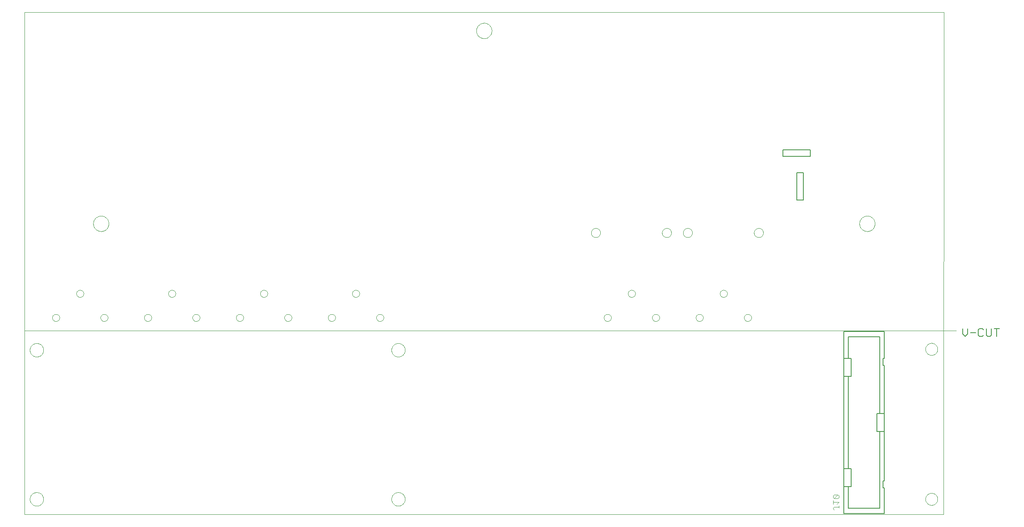
<source format=gbo>
G75*
%MOIN*%
%OFA0B0*%
%FSLAX24Y24*%
%IPPOS*%
%LPD*%
%AMOC8*
5,1,8,0,0,1.08239X$1,22.5*
%
%ADD10C,0.0000*%
%ADD11C,0.0060*%
%ADD12C,0.0050*%
%ADD13C,0.0080*%
%ADD14C,0.0040*%
D10*
X000500Y000250D02*
X000500Y015250D01*
X076500Y015250D01*
X074008Y013750D02*
X074010Y013794D01*
X074016Y013838D01*
X074026Y013881D01*
X074039Y013923D01*
X074057Y013963D01*
X074078Y014002D01*
X074102Y014039D01*
X074129Y014074D01*
X074160Y014106D01*
X074193Y014135D01*
X074229Y014161D01*
X074267Y014183D01*
X074307Y014202D01*
X074348Y014218D01*
X074391Y014230D01*
X074434Y014238D01*
X074478Y014242D01*
X074522Y014242D01*
X074566Y014238D01*
X074609Y014230D01*
X074652Y014218D01*
X074693Y014202D01*
X074733Y014183D01*
X074771Y014161D01*
X074807Y014135D01*
X074840Y014106D01*
X074871Y014074D01*
X074898Y014039D01*
X074922Y014002D01*
X074943Y013963D01*
X074961Y013923D01*
X074974Y013881D01*
X074984Y013838D01*
X074990Y013794D01*
X074992Y013750D01*
X074990Y013706D01*
X074984Y013662D01*
X074974Y013619D01*
X074961Y013577D01*
X074943Y013537D01*
X074922Y013498D01*
X074898Y013461D01*
X074871Y013426D01*
X074840Y013394D01*
X074807Y013365D01*
X074771Y013339D01*
X074733Y013317D01*
X074693Y013298D01*
X074652Y013282D01*
X074609Y013270D01*
X074566Y013262D01*
X074522Y013258D01*
X074478Y013258D01*
X074434Y013262D01*
X074391Y013270D01*
X074348Y013282D01*
X074307Y013298D01*
X074267Y013317D01*
X074229Y013339D01*
X074193Y013365D01*
X074160Y013394D01*
X074129Y013426D01*
X074102Y013461D01*
X074078Y013498D01*
X074057Y013537D01*
X074039Y013577D01*
X074026Y013619D01*
X074016Y013662D01*
X074010Y013706D01*
X074008Y013750D01*
X059213Y016313D02*
X059215Y016347D01*
X059221Y016381D01*
X059231Y016414D01*
X059244Y016445D01*
X059262Y016475D01*
X059282Y016503D01*
X059306Y016528D01*
X059332Y016550D01*
X059360Y016568D01*
X059391Y016584D01*
X059423Y016596D01*
X059457Y016604D01*
X059491Y016608D01*
X059525Y016608D01*
X059559Y016604D01*
X059593Y016596D01*
X059625Y016584D01*
X059655Y016568D01*
X059684Y016550D01*
X059710Y016528D01*
X059734Y016503D01*
X059754Y016475D01*
X059772Y016445D01*
X059785Y016414D01*
X059795Y016381D01*
X059801Y016347D01*
X059803Y016313D01*
X059801Y016279D01*
X059795Y016245D01*
X059785Y016212D01*
X059772Y016181D01*
X059754Y016151D01*
X059734Y016123D01*
X059710Y016098D01*
X059684Y016076D01*
X059656Y016058D01*
X059625Y016042D01*
X059593Y016030D01*
X059559Y016022D01*
X059525Y016018D01*
X059491Y016018D01*
X059457Y016022D01*
X059423Y016030D01*
X059391Y016042D01*
X059360Y016058D01*
X059332Y016076D01*
X059306Y016098D01*
X059282Y016123D01*
X059262Y016151D01*
X059244Y016181D01*
X059231Y016212D01*
X059221Y016245D01*
X059215Y016279D01*
X059213Y016313D01*
X055276Y016313D02*
X055278Y016347D01*
X055284Y016381D01*
X055294Y016414D01*
X055307Y016445D01*
X055325Y016475D01*
X055345Y016503D01*
X055369Y016528D01*
X055395Y016550D01*
X055423Y016568D01*
X055454Y016584D01*
X055486Y016596D01*
X055520Y016604D01*
X055554Y016608D01*
X055588Y016608D01*
X055622Y016604D01*
X055656Y016596D01*
X055688Y016584D01*
X055718Y016568D01*
X055747Y016550D01*
X055773Y016528D01*
X055797Y016503D01*
X055817Y016475D01*
X055835Y016445D01*
X055848Y016414D01*
X055858Y016381D01*
X055864Y016347D01*
X055866Y016313D01*
X055864Y016279D01*
X055858Y016245D01*
X055848Y016212D01*
X055835Y016181D01*
X055817Y016151D01*
X055797Y016123D01*
X055773Y016098D01*
X055747Y016076D01*
X055719Y016058D01*
X055688Y016042D01*
X055656Y016030D01*
X055622Y016022D01*
X055588Y016018D01*
X055554Y016018D01*
X055520Y016022D01*
X055486Y016030D01*
X055454Y016042D01*
X055423Y016058D01*
X055395Y016076D01*
X055369Y016098D01*
X055345Y016123D01*
X055325Y016151D01*
X055307Y016181D01*
X055294Y016212D01*
X055284Y016245D01*
X055278Y016279D01*
X055276Y016313D01*
X051713Y016313D02*
X051715Y016347D01*
X051721Y016381D01*
X051731Y016414D01*
X051744Y016445D01*
X051762Y016475D01*
X051782Y016503D01*
X051806Y016528D01*
X051832Y016550D01*
X051860Y016568D01*
X051891Y016584D01*
X051923Y016596D01*
X051957Y016604D01*
X051991Y016608D01*
X052025Y016608D01*
X052059Y016604D01*
X052093Y016596D01*
X052125Y016584D01*
X052155Y016568D01*
X052184Y016550D01*
X052210Y016528D01*
X052234Y016503D01*
X052254Y016475D01*
X052272Y016445D01*
X052285Y016414D01*
X052295Y016381D01*
X052301Y016347D01*
X052303Y016313D01*
X052301Y016279D01*
X052295Y016245D01*
X052285Y016212D01*
X052272Y016181D01*
X052254Y016151D01*
X052234Y016123D01*
X052210Y016098D01*
X052184Y016076D01*
X052156Y016058D01*
X052125Y016042D01*
X052093Y016030D01*
X052059Y016022D01*
X052025Y016018D01*
X051991Y016018D01*
X051957Y016022D01*
X051923Y016030D01*
X051891Y016042D01*
X051860Y016058D01*
X051832Y016076D01*
X051806Y016098D01*
X051782Y016123D01*
X051762Y016151D01*
X051744Y016181D01*
X051731Y016212D01*
X051721Y016245D01*
X051715Y016279D01*
X051713Y016313D01*
X049744Y018281D02*
X049746Y018315D01*
X049752Y018349D01*
X049762Y018382D01*
X049775Y018413D01*
X049793Y018443D01*
X049813Y018471D01*
X049837Y018496D01*
X049863Y018518D01*
X049891Y018536D01*
X049922Y018552D01*
X049954Y018564D01*
X049988Y018572D01*
X050022Y018576D01*
X050056Y018576D01*
X050090Y018572D01*
X050124Y018564D01*
X050156Y018552D01*
X050186Y018536D01*
X050215Y018518D01*
X050241Y018496D01*
X050265Y018471D01*
X050285Y018443D01*
X050303Y018413D01*
X050316Y018382D01*
X050326Y018349D01*
X050332Y018315D01*
X050334Y018281D01*
X050332Y018247D01*
X050326Y018213D01*
X050316Y018180D01*
X050303Y018149D01*
X050285Y018119D01*
X050265Y018091D01*
X050241Y018066D01*
X050215Y018044D01*
X050187Y018026D01*
X050156Y018010D01*
X050124Y017998D01*
X050090Y017990D01*
X050056Y017986D01*
X050022Y017986D01*
X049988Y017990D01*
X049954Y017998D01*
X049922Y018010D01*
X049891Y018026D01*
X049863Y018044D01*
X049837Y018066D01*
X049813Y018091D01*
X049793Y018119D01*
X049775Y018149D01*
X049762Y018180D01*
X049752Y018213D01*
X049746Y018247D01*
X049744Y018281D01*
X047776Y016313D02*
X047778Y016347D01*
X047784Y016381D01*
X047794Y016414D01*
X047807Y016445D01*
X047825Y016475D01*
X047845Y016503D01*
X047869Y016528D01*
X047895Y016550D01*
X047923Y016568D01*
X047954Y016584D01*
X047986Y016596D01*
X048020Y016604D01*
X048054Y016608D01*
X048088Y016608D01*
X048122Y016604D01*
X048156Y016596D01*
X048188Y016584D01*
X048218Y016568D01*
X048247Y016550D01*
X048273Y016528D01*
X048297Y016503D01*
X048317Y016475D01*
X048335Y016445D01*
X048348Y016414D01*
X048358Y016381D01*
X048364Y016347D01*
X048366Y016313D01*
X048364Y016279D01*
X048358Y016245D01*
X048348Y016212D01*
X048335Y016181D01*
X048317Y016151D01*
X048297Y016123D01*
X048273Y016098D01*
X048247Y016076D01*
X048219Y016058D01*
X048188Y016042D01*
X048156Y016030D01*
X048122Y016022D01*
X048088Y016018D01*
X048054Y016018D01*
X048020Y016022D01*
X047986Y016030D01*
X047954Y016042D01*
X047923Y016058D01*
X047895Y016076D01*
X047869Y016098D01*
X047845Y016123D01*
X047825Y016151D01*
X047807Y016181D01*
X047794Y016212D01*
X047784Y016245D01*
X047778Y016279D01*
X047776Y016313D01*
X057244Y018281D02*
X057246Y018315D01*
X057252Y018349D01*
X057262Y018382D01*
X057275Y018413D01*
X057293Y018443D01*
X057313Y018471D01*
X057337Y018496D01*
X057363Y018518D01*
X057391Y018536D01*
X057422Y018552D01*
X057454Y018564D01*
X057488Y018572D01*
X057522Y018576D01*
X057556Y018576D01*
X057590Y018572D01*
X057624Y018564D01*
X057656Y018552D01*
X057686Y018536D01*
X057715Y018518D01*
X057741Y018496D01*
X057765Y018471D01*
X057785Y018443D01*
X057803Y018413D01*
X057816Y018382D01*
X057826Y018349D01*
X057832Y018315D01*
X057834Y018281D01*
X057832Y018247D01*
X057826Y018213D01*
X057816Y018180D01*
X057803Y018149D01*
X057785Y018119D01*
X057765Y018091D01*
X057741Y018066D01*
X057715Y018044D01*
X057687Y018026D01*
X057656Y018010D01*
X057624Y017998D01*
X057590Y017990D01*
X057556Y017986D01*
X057522Y017986D01*
X057488Y017990D01*
X057454Y017998D01*
X057422Y018010D01*
X057391Y018026D01*
X057363Y018044D01*
X057337Y018066D01*
X057313Y018091D01*
X057293Y018119D01*
X057275Y018149D01*
X057262Y018180D01*
X057252Y018213D01*
X057246Y018247D01*
X057244Y018281D01*
X054231Y023250D02*
X054233Y023288D01*
X054239Y023327D01*
X054249Y023364D01*
X054262Y023400D01*
X054280Y023434D01*
X054300Y023467D01*
X054324Y023497D01*
X054351Y023524D01*
X054381Y023549D01*
X054412Y023571D01*
X054446Y023589D01*
X054482Y023603D01*
X054519Y023614D01*
X054557Y023621D01*
X054595Y023624D01*
X054634Y023623D01*
X054672Y023618D01*
X054710Y023609D01*
X054746Y023596D01*
X054781Y023580D01*
X054814Y023560D01*
X054845Y023537D01*
X054873Y023511D01*
X054898Y023482D01*
X054921Y023451D01*
X054940Y023417D01*
X054955Y023382D01*
X054967Y023345D01*
X054975Y023308D01*
X054979Y023269D01*
X054979Y023231D01*
X054975Y023192D01*
X054967Y023155D01*
X054955Y023118D01*
X054940Y023083D01*
X054921Y023049D01*
X054898Y023018D01*
X054873Y022989D01*
X054845Y022963D01*
X054814Y022940D01*
X054781Y022920D01*
X054746Y022904D01*
X054710Y022891D01*
X054672Y022882D01*
X054634Y022877D01*
X054595Y022876D01*
X054557Y022879D01*
X054519Y022886D01*
X054482Y022897D01*
X054446Y022911D01*
X054412Y022929D01*
X054381Y022951D01*
X054351Y022976D01*
X054324Y023003D01*
X054300Y023033D01*
X054280Y023066D01*
X054262Y023100D01*
X054249Y023136D01*
X054239Y023173D01*
X054233Y023212D01*
X054231Y023250D01*
X052521Y023250D02*
X052523Y023288D01*
X052529Y023327D01*
X052539Y023364D01*
X052552Y023400D01*
X052570Y023434D01*
X052590Y023467D01*
X052614Y023497D01*
X052641Y023524D01*
X052671Y023549D01*
X052702Y023571D01*
X052736Y023589D01*
X052772Y023603D01*
X052809Y023614D01*
X052847Y023621D01*
X052885Y023624D01*
X052924Y023623D01*
X052962Y023618D01*
X053000Y023609D01*
X053036Y023596D01*
X053071Y023580D01*
X053104Y023560D01*
X053135Y023537D01*
X053163Y023511D01*
X053188Y023482D01*
X053211Y023451D01*
X053230Y023417D01*
X053245Y023382D01*
X053257Y023345D01*
X053265Y023308D01*
X053269Y023269D01*
X053269Y023231D01*
X053265Y023192D01*
X053257Y023155D01*
X053245Y023118D01*
X053230Y023083D01*
X053211Y023049D01*
X053188Y023018D01*
X053163Y022989D01*
X053135Y022963D01*
X053104Y022940D01*
X053071Y022920D01*
X053036Y022904D01*
X053000Y022891D01*
X052962Y022882D01*
X052924Y022877D01*
X052885Y022876D01*
X052847Y022879D01*
X052809Y022886D01*
X052772Y022897D01*
X052736Y022911D01*
X052702Y022929D01*
X052671Y022951D01*
X052641Y022976D01*
X052614Y023003D01*
X052590Y023033D01*
X052570Y023066D01*
X052552Y023100D01*
X052539Y023136D01*
X052529Y023173D01*
X052523Y023212D01*
X052521Y023250D01*
X046731Y023250D02*
X046733Y023288D01*
X046739Y023327D01*
X046749Y023364D01*
X046762Y023400D01*
X046780Y023434D01*
X046800Y023467D01*
X046824Y023497D01*
X046851Y023524D01*
X046881Y023549D01*
X046912Y023571D01*
X046946Y023589D01*
X046982Y023603D01*
X047019Y023614D01*
X047057Y023621D01*
X047095Y023624D01*
X047134Y023623D01*
X047172Y023618D01*
X047210Y023609D01*
X047246Y023596D01*
X047281Y023580D01*
X047314Y023560D01*
X047345Y023537D01*
X047373Y023511D01*
X047398Y023482D01*
X047421Y023451D01*
X047440Y023417D01*
X047455Y023382D01*
X047467Y023345D01*
X047475Y023308D01*
X047479Y023269D01*
X047479Y023231D01*
X047475Y023192D01*
X047467Y023155D01*
X047455Y023118D01*
X047440Y023083D01*
X047421Y023049D01*
X047398Y023018D01*
X047373Y022989D01*
X047345Y022963D01*
X047314Y022940D01*
X047281Y022920D01*
X047246Y022904D01*
X047210Y022891D01*
X047172Y022882D01*
X047134Y022877D01*
X047095Y022876D01*
X047057Y022879D01*
X047019Y022886D01*
X046982Y022897D01*
X046946Y022911D01*
X046912Y022929D01*
X046881Y022951D01*
X046851Y022976D01*
X046824Y023003D01*
X046800Y023033D01*
X046780Y023066D01*
X046762Y023100D01*
X046749Y023136D01*
X046739Y023173D01*
X046733Y023212D01*
X046731Y023250D01*
X060021Y023250D02*
X060023Y023288D01*
X060029Y023327D01*
X060039Y023364D01*
X060052Y023400D01*
X060070Y023434D01*
X060090Y023467D01*
X060114Y023497D01*
X060141Y023524D01*
X060171Y023549D01*
X060202Y023571D01*
X060236Y023589D01*
X060272Y023603D01*
X060309Y023614D01*
X060347Y023621D01*
X060385Y023624D01*
X060424Y023623D01*
X060462Y023618D01*
X060500Y023609D01*
X060536Y023596D01*
X060571Y023580D01*
X060604Y023560D01*
X060635Y023537D01*
X060663Y023511D01*
X060688Y023482D01*
X060711Y023451D01*
X060730Y023417D01*
X060745Y023382D01*
X060757Y023345D01*
X060765Y023308D01*
X060769Y023269D01*
X060769Y023231D01*
X060765Y023192D01*
X060757Y023155D01*
X060745Y023118D01*
X060730Y023083D01*
X060711Y023049D01*
X060688Y023018D01*
X060663Y022989D01*
X060635Y022963D01*
X060604Y022940D01*
X060571Y022920D01*
X060536Y022904D01*
X060500Y022891D01*
X060462Y022882D01*
X060424Y022877D01*
X060385Y022876D01*
X060347Y022879D01*
X060309Y022886D01*
X060272Y022897D01*
X060236Y022911D01*
X060202Y022929D01*
X060171Y022951D01*
X060141Y022976D01*
X060114Y023003D01*
X060090Y023033D01*
X060070Y023066D01*
X060052Y023100D01*
X060039Y023136D01*
X060029Y023173D01*
X060023Y023212D01*
X060021Y023250D01*
X068620Y024000D02*
X068622Y024050D01*
X068628Y024100D01*
X068638Y024149D01*
X068652Y024197D01*
X068669Y024244D01*
X068690Y024289D01*
X068715Y024333D01*
X068743Y024374D01*
X068775Y024413D01*
X068809Y024450D01*
X068846Y024484D01*
X068886Y024514D01*
X068928Y024541D01*
X068972Y024565D01*
X069018Y024586D01*
X069065Y024602D01*
X069113Y024615D01*
X069163Y024624D01*
X069212Y024629D01*
X069263Y024630D01*
X069313Y024627D01*
X069362Y024620D01*
X069411Y024609D01*
X069459Y024594D01*
X069505Y024576D01*
X069550Y024554D01*
X069593Y024528D01*
X069634Y024499D01*
X069673Y024467D01*
X069709Y024432D01*
X069741Y024394D01*
X069771Y024354D01*
X069798Y024311D01*
X069821Y024267D01*
X069840Y024221D01*
X069856Y024173D01*
X069868Y024124D01*
X069876Y024075D01*
X069880Y024025D01*
X069880Y023975D01*
X069876Y023925D01*
X069868Y023876D01*
X069856Y023827D01*
X069840Y023779D01*
X069821Y023733D01*
X069798Y023689D01*
X069771Y023646D01*
X069741Y023606D01*
X069709Y023568D01*
X069673Y023533D01*
X069634Y023501D01*
X069593Y023472D01*
X069550Y023446D01*
X069505Y023424D01*
X069459Y023406D01*
X069411Y023391D01*
X069362Y023380D01*
X069313Y023373D01*
X069263Y023370D01*
X069212Y023371D01*
X069163Y023376D01*
X069113Y023385D01*
X069065Y023398D01*
X069018Y023414D01*
X068972Y023435D01*
X068928Y023459D01*
X068886Y023486D01*
X068846Y023516D01*
X068809Y023550D01*
X068775Y023587D01*
X068743Y023626D01*
X068715Y023667D01*
X068690Y023711D01*
X068669Y023756D01*
X068652Y023803D01*
X068638Y023851D01*
X068628Y023900D01*
X068622Y023950D01*
X068620Y024000D01*
X037370Y039750D02*
X037372Y039800D01*
X037378Y039850D01*
X037388Y039899D01*
X037402Y039947D01*
X037419Y039994D01*
X037440Y040039D01*
X037465Y040083D01*
X037493Y040124D01*
X037525Y040163D01*
X037559Y040200D01*
X037596Y040234D01*
X037636Y040264D01*
X037678Y040291D01*
X037722Y040315D01*
X037768Y040336D01*
X037815Y040352D01*
X037863Y040365D01*
X037913Y040374D01*
X037962Y040379D01*
X038013Y040380D01*
X038063Y040377D01*
X038112Y040370D01*
X038161Y040359D01*
X038209Y040344D01*
X038255Y040326D01*
X038300Y040304D01*
X038343Y040278D01*
X038384Y040249D01*
X038423Y040217D01*
X038459Y040182D01*
X038491Y040144D01*
X038521Y040104D01*
X038548Y040061D01*
X038571Y040017D01*
X038590Y039971D01*
X038606Y039923D01*
X038618Y039874D01*
X038626Y039825D01*
X038630Y039775D01*
X038630Y039725D01*
X038626Y039675D01*
X038618Y039626D01*
X038606Y039577D01*
X038590Y039529D01*
X038571Y039483D01*
X038548Y039439D01*
X038521Y039396D01*
X038491Y039356D01*
X038459Y039318D01*
X038423Y039283D01*
X038384Y039251D01*
X038343Y039222D01*
X038300Y039196D01*
X038255Y039174D01*
X038209Y039156D01*
X038161Y039141D01*
X038112Y039130D01*
X038063Y039123D01*
X038013Y039120D01*
X037962Y039121D01*
X037913Y039126D01*
X037863Y039135D01*
X037815Y039148D01*
X037768Y039164D01*
X037722Y039185D01*
X037678Y039209D01*
X037636Y039236D01*
X037596Y039266D01*
X037559Y039300D01*
X037525Y039337D01*
X037493Y039376D01*
X037465Y039417D01*
X037440Y039461D01*
X037419Y039506D01*
X037402Y039553D01*
X037388Y039601D01*
X037378Y039650D01*
X037372Y039700D01*
X037370Y039750D01*
X006120Y024000D02*
X006122Y024050D01*
X006128Y024100D01*
X006138Y024149D01*
X006152Y024197D01*
X006169Y024244D01*
X006190Y024289D01*
X006215Y024333D01*
X006243Y024374D01*
X006275Y024413D01*
X006309Y024450D01*
X006346Y024484D01*
X006386Y024514D01*
X006428Y024541D01*
X006472Y024565D01*
X006518Y024586D01*
X006565Y024602D01*
X006613Y024615D01*
X006663Y024624D01*
X006712Y024629D01*
X006763Y024630D01*
X006813Y024627D01*
X006862Y024620D01*
X006911Y024609D01*
X006959Y024594D01*
X007005Y024576D01*
X007050Y024554D01*
X007093Y024528D01*
X007134Y024499D01*
X007173Y024467D01*
X007209Y024432D01*
X007241Y024394D01*
X007271Y024354D01*
X007298Y024311D01*
X007321Y024267D01*
X007340Y024221D01*
X007356Y024173D01*
X007368Y024124D01*
X007376Y024075D01*
X007380Y024025D01*
X007380Y023975D01*
X007376Y023925D01*
X007368Y023876D01*
X007356Y023827D01*
X007340Y023779D01*
X007321Y023733D01*
X007298Y023689D01*
X007271Y023646D01*
X007241Y023606D01*
X007209Y023568D01*
X007173Y023533D01*
X007134Y023501D01*
X007093Y023472D01*
X007050Y023446D01*
X007005Y023424D01*
X006959Y023406D01*
X006911Y023391D01*
X006862Y023380D01*
X006813Y023373D01*
X006763Y023370D01*
X006712Y023371D01*
X006663Y023376D01*
X006613Y023385D01*
X006565Y023398D01*
X006518Y023414D01*
X006472Y023435D01*
X006428Y023459D01*
X006386Y023486D01*
X006346Y023516D01*
X006309Y023550D01*
X006275Y023587D01*
X006243Y023626D01*
X006215Y023667D01*
X006190Y023711D01*
X006169Y023756D01*
X006152Y023803D01*
X006138Y023851D01*
X006128Y023900D01*
X006122Y023950D01*
X006120Y024000D01*
X004744Y018281D02*
X004746Y018315D01*
X004752Y018349D01*
X004762Y018382D01*
X004775Y018413D01*
X004793Y018443D01*
X004813Y018471D01*
X004837Y018496D01*
X004863Y018518D01*
X004891Y018536D01*
X004922Y018552D01*
X004954Y018564D01*
X004988Y018572D01*
X005022Y018576D01*
X005056Y018576D01*
X005090Y018572D01*
X005124Y018564D01*
X005156Y018552D01*
X005186Y018536D01*
X005215Y018518D01*
X005241Y018496D01*
X005265Y018471D01*
X005285Y018443D01*
X005303Y018413D01*
X005316Y018382D01*
X005326Y018349D01*
X005332Y018315D01*
X005334Y018281D01*
X005332Y018247D01*
X005326Y018213D01*
X005316Y018180D01*
X005303Y018149D01*
X005285Y018119D01*
X005265Y018091D01*
X005241Y018066D01*
X005215Y018044D01*
X005187Y018026D01*
X005156Y018010D01*
X005124Y017998D01*
X005090Y017990D01*
X005056Y017986D01*
X005022Y017986D01*
X004988Y017990D01*
X004954Y017998D01*
X004922Y018010D01*
X004891Y018026D01*
X004863Y018044D01*
X004837Y018066D01*
X004813Y018091D01*
X004793Y018119D01*
X004775Y018149D01*
X004762Y018180D01*
X004752Y018213D01*
X004746Y018247D01*
X004744Y018281D01*
X002776Y016313D02*
X002778Y016347D01*
X002784Y016381D01*
X002794Y016414D01*
X002807Y016445D01*
X002825Y016475D01*
X002845Y016503D01*
X002869Y016528D01*
X002895Y016550D01*
X002923Y016568D01*
X002954Y016584D01*
X002986Y016596D01*
X003020Y016604D01*
X003054Y016608D01*
X003088Y016608D01*
X003122Y016604D01*
X003156Y016596D01*
X003188Y016584D01*
X003218Y016568D01*
X003247Y016550D01*
X003273Y016528D01*
X003297Y016503D01*
X003317Y016475D01*
X003335Y016445D01*
X003348Y016414D01*
X003358Y016381D01*
X003364Y016347D01*
X003366Y016313D01*
X003364Y016279D01*
X003358Y016245D01*
X003348Y016212D01*
X003335Y016181D01*
X003317Y016151D01*
X003297Y016123D01*
X003273Y016098D01*
X003247Y016076D01*
X003219Y016058D01*
X003188Y016042D01*
X003156Y016030D01*
X003122Y016022D01*
X003088Y016018D01*
X003054Y016018D01*
X003020Y016022D01*
X002986Y016030D01*
X002954Y016042D01*
X002923Y016058D01*
X002895Y016076D01*
X002869Y016098D01*
X002845Y016123D01*
X002825Y016151D01*
X002807Y016181D01*
X002794Y016212D01*
X002784Y016245D01*
X002778Y016279D01*
X002776Y016313D01*
X000500Y015250D02*
X000500Y041250D01*
X075500Y041250D01*
X075492Y000250D01*
X000500Y000250D01*
X000949Y001500D02*
X000951Y001547D01*
X000957Y001593D01*
X000967Y001639D01*
X000980Y001684D01*
X000998Y001727D01*
X001019Y001769D01*
X001043Y001809D01*
X001071Y001846D01*
X001102Y001881D01*
X001136Y001914D01*
X001172Y001943D01*
X001211Y001969D01*
X001252Y001992D01*
X001295Y002011D01*
X001339Y002027D01*
X001384Y002039D01*
X001430Y002047D01*
X001477Y002051D01*
X001523Y002051D01*
X001570Y002047D01*
X001616Y002039D01*
X001661Y002027D01*
X001705Y002011D01*
X001748Y001992D01*
X001789Y001969D01*
X001828Y001943D01*
X001864Y001914D01*
X001898Y001881D01*
X001929Y001846D01*
X001957Y001809D01*
X001981Y001769D01*
X002002Y001727D01*
X002020Y001684D01*
X002033Y001639D01*
X002043Y001593D01*
X002049Y001547D01*
X002051Y001500D01*
X002049Y001453D01*
X002043Y001407D01*
X002033Y001361D01*
X002020Y001316D01*
X002002Y001273D01*
X001981Y001231D01*
X001957Y001191D01*
X001929Y001154D01*
X001898Y001119D01*
X001864Y001086D01*
X001828Y001057D01*
X001789Y001031D01*
X001748Y001008D01*
X001705Y000989D01*
X001661Y000973D01*
X001616Y000961D01*
X001570Y000953D01*
X001523Y000949D01*
X001477Y000949D01*
X001430Y000953D01*
X001384Y000961D01*
X001339Y000973D01*
X001295Y000989D01*
X001252Y001008D01*
X001211Y001031D01*
X001172Y001057D01*
X001136Y001086D01*
X001102Y001119D01*
X001071Y001154D01*
X001043Y001191D01*
X001019Y001231D01*
X000998Y001273D01*
X000980Y001316D01*
X000967Y001361D01*
X000957Y001407D01*
X000951Y001453D01*
X000949Y001500D01*
X000949Y013673D02*
X000951Y013720D01*
X000957Y013766D01*
X000967Y013812D01*
X000980Y013857D01*
X000998Y013900D01*
X001019Y013942D01*
X001043Y013982D01*
X001071Y014019D01*
X001102Y014054D01*
X001136Y014087D01*
X001172Y014116D01*
X001211Y014142D01*
X001252Y014165D01*
X001295Y014184D01*
X001339Y014200D01*
X001384Y014212D01*
X001430Y014220D01*
X001477Y014224D01*
X001523Y014224D01*
X001570Y014220D01*
X001616Y014212D01*
X001661Y014200D01*
X001705Y014184D01*
X001748Y014165D01*
X001789Y014142D01*
X001828Y014116D01*
X001864Y014087D01*
X001898Y014054D01*
X001929Y014019D01*
X001957Y013982D01*
X001981Y013942D01*
X002002Y013900D01*
X002020Y013857D01*
X002033Y013812D01*
X002043Y013766D01*
X002049Y013720D01*
X002051Y013673D01*
X002049Y013626D01*
X002043Y013580D01*
X002033Y013534D01*
X002020Y013489D01*
X002002Y013446D01*
X001981Y013404D01*
X001957Y013364D01*
X001929Y013327D01*
X001898Y013292D01*
X001864Y013259D01*
X001828Y013230D01*
X001789Y013204D01*
X001748Y013181D01*
X001705Y013162D01*
X001661Y013146D01*
X001616Y013134D01*
X001570Y013126D01*
X001523Y013122D01*
X001477Y013122D01*
X001430Y013126D01*
X001384Y013134D01*
X001339Y013146D01*
X001295Y013162D01*
X001252Y013181D01*
X001211Y013204D01*
X001172Y013230D01*
X001136Y013259D01*
X001102Y013292D01*
X001071Y013327D01*
X001043Y013364D01*
X001019Y013404D01*
X000998Y013446D01*
X000980Y013489D01*
X000967Y013534D01*
X000957Y013580D01*
X000951Y013626D01*
X000949Y013673D01*
X006713Y016313D02*
X006715Y016347D01*
X006721Y016381D01*
X006731Y016414D01*
X006744Y016445D01*
X006762Y016475D01*
X006782Y016503D01*
X006806Y016528D01*
X006832Y016550D01*
X006860Y016568D01*
X006891Y016584D01*
X006923Y016596D01*
X006957Y016604D01*
X006991Y016608D01*
X007025Y016608D01*
X007059Y016604D01*
X007093Y016596D01*
X007125Y016584D01*
X007155Y016568D01*
X007184Y016550D01*
X007210Y016528D01*
X007234Y016503D01*
X007254Y016475D01*
X007272Y016445D01*
X007285Y016414D01*
X007295Y016381D01*
X007301Y016347D01*
X007303Y016313D01*
X007301Y016279D01*
X007295Y016245D01*
X007285Y016212D01*
X007272Y016181D01*
X007254Y016151D01*
X007234Y016123D01*
X007210Y016098D01*
X007184Y016076D01*
X007156Y016058D01*
X007125Y016042D01*
X007093Y016030D01*
X007059Y016022D01*
X007025Y016018D01*
X006991Y016018D01*
X006957Y016022D01*
X006923Y016030D01*
X006891Y016042D01*
X006860Y016058D01*
X006832Y016076D01*
X006806Y016098D01*
X006782Y016123D01*
X006762Y016151D01*
X006744Y016181D01*
X006731Y016212D01*
X006721Y016245D01*
X006715Y016279D01*
X006713Y016313D01*
X010276Y016313D02*
X010278Y016347D01*
X010284Y016381D01*
X010294Y016414D01*
X010307Y016445D01*
X010325Y016475D01*
X010345Y016503D01*
X010369Y016528D01*
X010395Y016550D01*
X010423Y016568D01*
X010454Y016584D01*
X010486Y016596D01*
X010520Y016604D01*
X010554Y016608D01*
X010588Y016608D01*
X010622Y016604D01*
X010656Y016596D01*
X010688Y016584D01*
X010718Y016568D01*
X010747Y016550D01*
X010773Y016528D01*
X010797Y016503D01*
X010817Y016475D01*
X010835Y016445D01*
X010848Y016414D01*
X010858Y016381D01*
X010864Y016347D01*
X010866Y016313D01*
X010864Y016279D01*
X010858Y016245D01*
X010848Y016212D01*
X010835Y016181D01*
X010817Y016151D01*
X010797Y016123D01*
X010773Y016098D01*
X010747Y016076D01*
X010719Y016058D01*
X010688Y016042D01*
X010656Y016030D01*
X010622Y016022D01*
X010588Y016018D01*
X010554Y016018D01*
X010520Y016022D01*
X010486Y016030D01*
X010454Y016042D01*
X010423Y016058D01*
X010395Y016076D01*
X010369Y016098D01*
X010345Y016123D01*
X010325Y016151D01*
X010307Y016181D01*
X010294Y016212D01*
X010284Y016245D01*
X010278Y016279D01*
X010276Y016313D01*
X012244Y018281D02*
X012246Y018315D01*
X012252Y018349D01*
X012262Y018382D01*
X012275Y018413D01*
X012293Y018443D01*
X012313Y018471D01*
X012337Y018496D01*
X012363Y018518D01*
X012391Y018536D01*
X012422Y018552D01*
X012454Y018564D01*
X012488Y018572D01*
X012522Y018576D01*
X012556Y018576D01*
X012590Y018572D01*
X012624Y018564D01*
X012656Y018552D01*
X012686Y018536D01*
X012715Y018518D01*
X012741Y018496D01*
X012765Y018471D01*
X012785Y018443D01*
X012803Y018413D01*
X012816Y018382D01*
X012826Y018349D01*
X012832Y018315D01*
X012834Y018281D01*
X012832Y018247D01*
X012826Y018213D01*
X012816Y018180D01*
X012803Y018149D01*
X012785Y018119D01*
X012765Y018091D01*
X012741Y018066D01*
X012715Y018044D01*
X012687Y018026D01*
X012656Y018010D01*
X012624Y017998D01*
X012590Y017990D01*
X012556Y017986D01*
X012522Y017986D01*
X012488Y017990D01*
X012454Y017998D01*
X012422Y018010D01*
X012391Y018026D01*
X012363Y018044D01*
X012337Y018066D01*
X012313Y018091D01*
X012293Y018119D01*
X012275Y018149D01*
X012262Y018180D01*
X012252Y018213D01*
X012246Y018247D01*
X012244Y018281D01*
X014213Y016313D02*
X014215Y016347D01*
X014221Y016381D01*
X014231Y016414D01*
X014244Y016445D01*
X014262Y016475D01*
X014282Y016503D01*
X014306Y016528D01*
X014332Y016550D01*
X014360Y016568D01*
X014391Y016584D01*
X014423Y016596D01*
X014457Y016604D01*
X014491Y016608D01*
X014525Y016608D01*
X014559Y016604D01*
X014593Y016596D01*
X014625Y016584D01*
X014655Y016568D01*
X014684Y016550D01*
X014710Y016528D01*
X014734Y016503D01*
X014754Y016475D01*
X014772Y016445D01*
X014785Y016414D01*
X014795Y016381D01*
X014801Y016347D01*
X014803Y016313D01*
X014801Y016279D01*
X014795Y016245D01*
X014785Y016212D01*
X014772Y016181D01*
X014754Y016151D01*
X014734Y016123D01*
X014710Y016098D01*
X014684Y016076D01*
X014656Y016058D01*
X014625Y016042D01*
X014593Y016030D01*
X014559Y016022D01*
X014525Y016018D01*
X014491Y016018D01*
X014457Y016022D01*
X014423Y016030D01*
X014391Y016042D01*
X014360Y016058D01*
X014332Y016076D01*
X014306Y016098D01*
X014282Y016123D01*
X014262Y016151D01*
X014244Y016181D01*
X014231Y016212D01*
X014221Y016245D01*
X014215Y016279D01*
X014213Y016313D01*
X017776Y016313D02*
X017778Y016347D01*
X017784Y016381D01*
X017794Y016414D01*
X017807Y016445D01*
X017825Y016475D01*
X017845Y016503D01*
X017869Y016528D01*
X017895Y016550D01*
X017923Y016568D01*
X017954Y016584D01*
X017986Y016596D01*
X018020Y016604D01*
X018054Y016608D01*
X018088Y016608D01*
X018122Y016604D01*
X018156Y016596D01*
X018188Y016584D01*
X018218Y016568D01*
X018247Y016550D01*
X018273Y016528D01*
X018297Y016503D01*
X018317Y016475D01*
X018335Y016445D01*
X018348Y016414D01*
X018358Y016381D01*
X018364Y016347D01*
X018366Y016313D01*
X018364Y016279D01*
X018358Y016245D01*
X018348Y016212D01*
X018335Y016181D01*
X018317Y016151D01*
X018297Y016123D01*
X018273Y016098D01*
X018247Y016076D01*
X018219Y016058D01*
X018188Y016042D01*
X018156Y016030D01*
X018122Y016022D01*
X018088Y016018D01*
X018054Y016018D01*
X018020Y016022D01*
X017986Y016030D01*
X017954Y016042D01*
X017923Y016058D01*
X017895Y016076D01*
X017869Y016098D01*
X017845Y016123D01*
X017825Y016151D01*
X017807Y016181D01*
X017794Y016212D01*
X017784Y016245D01*
X017778Y016279D01*
X017776Y016313D01*
X019744Y018281D02*
X019746Y018315D01*
X019752Y018349D01*
X019762Y018382D01*
X019775Y018413D01*
X019793Y018443D01*
X019813Y018471D01*
X019837Y018496D01*
X019863Y018518D01*
X019891Y018536D01*
X019922Y018552D01*
X019954Y018564D01*
X019988Y018572D01*
X020022Y018576D01*
X020056Y018576D01*
X020090Y018572D01*
X020124Y018564D01*
X020156Y018552D01*
X020186Y018536D01*
X020215Y018518D01*
X020241Y018496D01*
X020265Y018471D01*
X020285Y018443D01*
X020303Y018413D01*
X020316Y018382D01*
X020326Y018349D01*
X020332Y018315D01*
X020334Y018281D01*
X020332Y018247D01*
X020326Y018213D01*
X020316Y018180D01*
X020303Y018149D01*
X020285Y018119D01*
X020265Y018091D01*
X020241Y018066D01*
X020215Y018044D01*
X020187Y018026D01*
X020156Y018010D01*
X020124Y017998D01*
X020090Y017990D01*
X020056Y017986D01*
X020022Y017986D01*
X019988Y017990D01*
X019954Y017998D01*
X019922Y018010D01*
X019891Y018026D01*
X019863Y018044D01*
X019837Y018066D01*
X019813Y018091D01*
X019793Y018119D01*
X019775Y018149D01*
X019762Y018180D01*
X019752Y018213D01*
X019746Y018247D01*
X019744Y018281D01*
X021713Y016313D02*
X021715Y016347D01*
X021721Y016381D01*
X021731Y016414D01*
X021744Y016445D01*
X021762Y016475D01*
X021782Y016503D01*
X021806Y016528D01*
X021832Y016550D01*
X021860Y016568D01*
X021891Y016584D01*
X021923Y016596D01*
X021957Y016604D01*
X021991Y016608D01*
X022025Y016608D01*
X022059Y016604D01*
X022093Y016596D01*
X022125Y016584D01*
X022155Y016568D01*
X022184Y016550D01*
X022210Y016528D01*
X022234Y016503D01*
X022254Y016475D01*
X022272Y016445D01*
X022285Y016414D01*
X022295Y016381D01*
X022301Y016347D01*
X022303Y016313D01*
X022301Y016279D01*
X022295Y016245D01*
X022285Y016212D01*
X022272Y016181D01*
X022254Y016151D01*
X022234Y016123D01*
X022210Y016098D01*
X022184Y016076D01*
X022156Y016058D01*
X022125Y016042D01*
X022093Y016030D01*
X022059Y016022D01*
X022025Y016018D01*
X021991Y016018D01*
X021957Y016022D01*
X021923Y016030D01*
X021891Y016042D01*
X021860Y016058D01*
X021832Y016076D01*
X021806Y016098D01*
X021782Y016123D01*
X021762Y016151D01*
X021744Y016181D01*
X021731Y016212D01*
X021721Y016245D01*
X021715Y016279D01*
X021713Y016313D01*
X025276Y016313D02*
X025278Y016347D01*
X025284Y016381D01*
X025294Y016414D01*
X025307Y016445D01*
X025325Y016475D01*
X025345Y016503D01*
X025369Y016528D01*
X025395Y016550D01*
X025423Y016568D01*
X025454Y016584D01*
X025486Y016596D01*
X025520Y016604D01*
X025554Y016608D01*
X025588Y016608D01*
X025622Y016604D01*
X025656Y016596D01*
X025688Y016584D01*
X025718Y016568D01*
X025747Y016550D01*
X025773Y016528D01*
X025797Y016503D01*
X025817Y016475D01*
X025835Y016445D01*
X025848Y016414D01*
X025858Y016381D01*
X025864Y016347D01*
X025866Y016313D01*
X025864Y016279D01*
X025858Y016245D01*
X025848Y016212D01*
X025835Y016181D01*
X025817Y016151D01*
X025797Y016123D01*
X025773Y016098D01*
X025747Y016076D01*
X025719Y016058D01*
X025688Y016042D01*
X025656Y016030D01*
X025622Y016022D01*
X025588Y016018D01*
X025554Y016018D01*
X025520Y016022D01*
X025486Y016030D01*
X025454Y016042D01*
X025423Y016058D01*
X025395Y016076D01*
X025369Y016098D01*
X025345Y016123D01*
X025325Y016151D01*
X025307Y016181D01*
X025294Y016212D01*
X025284Y016245D01*
X025278Y016279D01*
X025276Y016313D01*
X027244Y018281D02*
X027246Y018315D01*
X027252Y018349D01*
X027262Y018382D01*
X027275Y018413D01*
X027293Y018443D01*
X027313Y018471D01*
X027337Y018496D01*
X027363Y018518D01*
X027391Y018536D01*
X027422Y018552D01*
X027454Y018564D01*
X027488Y018572D01*
X027522Y018576D01*
X027556Y018576D01*
X027590Y018572D01*
X027624Y018564D01*
X027656Y018552D01*
X027686Y018536D01*
X027715Y018518D01*
X027741Y018496D01*
X027765Y018471D01*
X027785Y018443D01*
X027803Y018413D01*
X027816Y018382D01*
X027826Y018349D01*
X027832Y018315D01*
X027834Y018281D01*
X027832Y018247D01*
X027826Y018213D01*
X027816Y018180D01*
X027803Y018149D01*
X027785Y018119D01*
X027765Y018091D01*
X027741Y018066D01*
X027715Y018044D01*
X027687Y018026D01*
X027656Y018010D01*
X027624Y017998D01*
X027590Y017990D01*
X027556Y017986D01*
X027522Y017986D01*
X027488Y017990D01*
X027454Y017998D01*
X027422Y018010D01*
X027391Y018026D01*
X027363Y018044D01*
X027337Y018066D01*
X027313Y018091D01*
X027293Y018119D01*
X027275Y018149D01*
X027262Y018180D01*
X027252Y018213D01*
X027246Y018247D01*
X027244Y018281D01*
X029213Y016313D02*
X029215Y016347D01*
X029221Y016381D01*
X029231Y016414D01*
X029244Y016445D01*
X029262Y016475D01*
X029282Y016503D01*
X029306Y016528D01*
X029332Y016550D01*
X029360Y016568D01*
X029391Y016584D01*
X029423Y016596D01*
X029457Y016604D01*
X029491Y016608D01*
X029525Y016608D01*
X029559Y016604D01*
X029593Y016596D01*
X029625Y016584D01*
X029655Y016568D01*
X029684Y016550D01*
X029710Y016528D01*
X029734Y016503D01*
X029754Y016475D01*
X029772Y016445D01*
X029785Y016414D01*
X029795Y016381D01*
X029801Y016347D01*
X029803Y016313D01*
X029801Y016279D01*
X029795Y016245D01*
X029785Y016212D01*
X029772Y016181D01*
X029754Y016151D01*
X029734Y016123D01*
X029710Y016098D01*
X029684Y016076D01*
X029656Y016058D01*
X029625Y016042D01*
X029593Y016030D01*
X029559Y016022D01*
X029525Y016018D01*
X029491Y016018D01*
X029457Y016022D01*
X029423Y016030D01*
X029391Y016042D01*
X029360Y016058D01*
X029332Y016076D01*
X029306Y016098D01*
X029282Y016123D01*
X029262Y016151D01*
X029244Y016181D01*
X029231Y016212D01*
X029221Y016245D01*
X029215Y016279D01*
X029213Y016313D01*
X030445Y013673D02*
X030447Y013720D01*
X030453Y013766D01*
X030463Y013812D01*
X030476Y013857D01*
X030494Y013900D01*
X030515Y013942D01*
X030539Y013982D01*
X030567Y014019D01*
X030598Y014054D01*
X030632Y014087D01*
X030668Y014116D01*
X030707Y014142D01*
X030748Y014165D01*
X030791Y014184D01*
X030835Y014200D01*
X030880Y014212D01*
X030926Y014220D01*
X030973Y014224D01*
X031019Y014224D01*
X031066Y014220D01*
X031112Y014212D01*
X031157Y014200D01*
X031201Y014184D01*
X031244Y014165D01*
X031285Y014142D01*
X031324Y014116D01*
X031360Y014087D01*
X031394Y014054D01*
X031425Y014019D01*
X031453Y013982D01*
X031477Y013942D01*
X031498Y013900D01*
X031516Y013857D01*
X031529Y013812D01*
X031539Y013766D01*
X031545Y013720D01*
X031547Y013673D01*
X031545Y013626D01*
X031539Y013580D01*
X031529Y013534D01*
X031516Y013489D01*
X031498Y013446D01*
X031477Y013404D01*
X031453Y013364D01*
X031425Y013327D01*
X031394Y013292D01*
X031360Y013259D01*
X031324Y013230D01*
X031285Y013204D01*
X031244Y013181D01*
X031201Y013162D01*
X031157Y013146D01*
X031112Y013134D01*
X031066Y013126D01*
X031019Y013122D01*
X030973Y013122D01*
X030926Y013126D01*
X030880Y013134D01*
X030835Y013146D01*
X030791Y013162D01*
X030748Y013181D01*
X030707Y013204D01*
X030668Y013230D01*
X030632Y013259D01*
X030598Y013292D01*
X030567Y013327D01*
X030539Y013364D01*
X030515Y013404D01*
X030494Y013446D01*
X030476Y013489D01*
X030463Y013534D01*
X030453Y013580D01*
X030447Y013626D01*
X030445Y013673D01*
X030445Y001500D02*
X030447Y001547D01*
X030453Y001593D01*
X030463Y001639D01*
X030476Y001684D01*
X030494Y001727D01*
X030515Y001769D01*
X030539Y001809D01*
X030567Y001846D01*
X030598Y001881D01*
X030632Y001914D01*
X030668Y001943D01*
X030707Y001969D01*
X030748Y001992D01*
X030791Y002011D01*
X030835Y002027D01*
X030880Y002039D01*
X030926Y002047D01*
X030973Y002051D01*
X031019Y002051D01*
X031066Y002047D01*
X031112Y002039D01*
X031157Y002027D01*
X031201Y002011D01*
X031244Y001992D01*
X031285Y001969D01*
X031324Y001943D01*
X031360Y001914D01*
X031394Y001881D01*
X031425Y001846D01*
X031453Y001809D01*
X031477Y001769D01*
X031498Y001727D01*
X031516Y001684D01*
X031529Y001639D01*
X031539Y001593D01*
X031545Y001547D01*
X031547Y001500D01*
X031545Y001453D01*
X031539Y001407D01*
X031529Y001361D01*
X031516Y001316D01*
X031498Y001273D01*
X031477Y001231D01*
X031453Y001191D01*
X031425Y001154D01*
X031394Y001119D01*
X031360Y001086D01*
X031324Y001057D01*
X031285Y001031D01*
X031244Y001008D01*
X031201Y000989D01*
X031157Y000973D01*
X031112Y000961D01*
X031066Y000953D01*
X031019Y000949D01*
X030973Y000949D01*
X030926Y000953D01*
X030880Y000961D01*
X030835Y000973D01*
X030791Y000989D01*
X030748Y001008D01*
X030707Y001031D01*
X030668Y001057D01*
X030632Y001086D01*
X030598Y001119D01*
X030567Y001154D01*
X030539Y001191D01*
X030515Y001231D01*
X030494Y001273D01*
X030476Y001316D01*
X030463Y001361D01*
X030453Y001407D01*
X030447Y001453D01*
X030445Y001500D01*
X074008Y001500D02*
X074010Y001544D01*
X074016Y001588D01*
X074026Y001631D01*
X074039Y001673D01*
X074057Y001713D01*
X074078Y001752D01*
X074102Y001789D01*
X074129Y001824D01*
X074160Y001856D01*
X074193Y001885D01*
X074229Y001911D01*
X074267Y001933D01*
X074307Y001952D01*
X074348Y001968D01*
X074391Y001980D01*
X074434Y001988D01*
X074478Y001992D01*
X074522Y001992D01*
X074566Y001988D01*
X074609Y001980D01*
X074652Y001968D01*
X074693Y001952D01*
X074733Y001933D01*
X074771Y001911D01*
X074807Y001885D01*
X074840Y001856D01*
X074871Y001824D01*
X074898Y001789D01*
X074922Y001752D01*
X074943Y001713D01*
X074961Y001673D01*
X074974Y001631D01*
X074984Y001588D01*
X074990Y001544D01*
X074992Y001500D01*
X074990Y001456D01*
X074984Y001412D01*
X074974Y001369D01*
X074961Y001327D01*
X074943Y001287D01*
X074922Y001248D01*
X074898Y001211D01*
X074871Y001176D01*
X074840Y001144D01*
X074807Y001115D01*
X074771Y001089D01*
X074733Y001067D01*
X074693Y001048D01*
X074652Y001032D01*
X074609Y001020D01*
X074566Y001012D01*
X074522Y001008D01*
X074478Y001008D01*
X074434Y001012D01*
X074391Y001020D01*
X074348Y001032D01*
X074307Y001048D01*
X074267Y001067D01*
X074229Y001089D01*
X074193Y001115D01*
X074160Y001144D01*
X074129Y001176D01*
X074102Y001211D01*
X074078Y001248D01*
X074057Y001287D01*
X074039Y001327D01*
X074026Y001369D01*
X074016Y001412D01*
X074010Y001456D01*
X074008Y001500D01*
D11*
X077244Y014780D02*
X077457Y014994D01*
X077457Y015421D01*
X077675Y015100D02*
X078102Y015100D01*
X078319Y015314D02*
X078319Y014887D01*
X078426Y014780D01*
X078639Y014780D01*
X078746Y014887D01*
X078964Y014887D02*
X079070Y014780D01*
X079284Y014780D01*
X079391Y014887D01*
X079391Y015421D01*
X079608Y015421D02*
X080035Y015421D01*
X079822Y015421D02*
X079822Y014780D01*
X078964Y014887D02*
X078964Y015421D01*
X078746Y015314D02*
X078639Y015421D01*
X078426Y015421D01*
X078319Y015314D01*
X077244Y014780D02*
X077030Y014994D01*
X077030Y015421D01*
D12*
X064060Y025910D02*
X063520Y025910D01*
X063520Y028150D01*
X064060Y028150D01*
X064060Y025910D01*
X064620Y029480D02*
X062380Y029480D01*
X062380Y030020D01*
X064620Y030020D01*
X064620Y029480D01*
D13*
X067346Y015187D02*
X070654Y015187D01*
X070654Y012994D01*
X070535Y012994D01*
X070535Y012412D01*
X070654Y012412D01*
X070654Y008491D01*
X070654Y007009D01*
X070043Y007009D01*
X070043Y008491D01*
X070654Y008491D01*
X070289Y008491D02*
X070289Y014744D01*
X067711Y014744D01*
X067711Y012994D01*
X067957Y012991D02*
X067957Y011509D01*
X067346Y011509D01*
X067346Y003991D01*
X067957Y003991D01*
X067957Y002509D01*
X067346Y002509D01*
X067346Y000313D01*
X070654Y000313D01*
X070654Y002412D01*
X070535Y002412D01*
X070535Y002994D01*
X070654Y002994D01*
X070654Y007009D01*
X070289Y007009D02*
X070289Y000756D01*
X067711Y000756D01*
X067711Y002506D01*
X067346Y002509D02*
X067346Y003991D01*
X067711Y003992D02*
X067711Y011508D01*
X067346Y011509D02*
X067346Y012991D01*
X067957Y012991D01*
X067346Y012991D02*
X067346Y015187D01*
D14*
X066854Y001867D02*
X066547Y001867D01*
X066470Y001790D01*
X066470Y001636D01*
X066547Y001560D01*
X066854Y001867D01*
X066930Y001790D01*
X066930Y001636D01*
X066854Y001560D01*
X066547Y001560D01*
X066470Y001406D02*
X066470Y001099D01*
X066470Y001253D02*
X066930Y001253D01*
X066777Y001099D01*
X066930Y000946D02*
X066930Y000792D01*
X066930Y000869D02*
X066547Y000869D01*
X066470Y000792D01*
X066470Y000716D01*
X066547Y000639D01*
M02*

</source>
